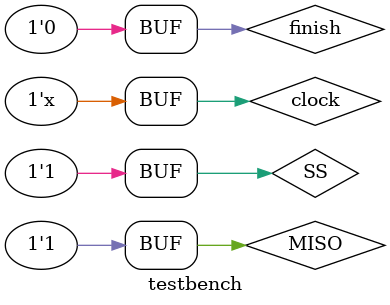
<source format=sv>
`timescale 1ns / 1ps


//module testbench;

//    logic clock = 0;
//    logic [7:0]xaccel = 0;
//    logic [7:0]yaccel = 0 ;
//    logic [10:0]xcenter;
//    logic [9:0]ycenter;

    
//    always_ff@(posedge clock)begin
//        xaccel <= xaccel + 1;
//        yaccel <= yaccel + 1;
//    end

//always begin
//    #5 clock = !clock;
//end

////module Calc(input logic clk, logic [7:0]x_accel, logic [7:0]y_accel,
////            output logic [10:0]xcenter, logic [9:0] ycenter);

//    Calc Center(clock, xaccel, yaccel, xcenter, ycenter);

//endmodule

module testbench;


    parameter WRITE = 8'b00001010;
    parameter READ = 8'b00001011;
    parameter XDATA = 8'h08;
    parameter YDATA = 8'h09;
    parameter FILTER_CTL = 8'h2C;
    parameter FILTER_INIT = 8'b00010111;
    parameter POWER_CTL = 8'h2D;
    parameter POWER_INIT = 8'b00000010;

    logic clock = 0;
    logic[2:0] init = 0;
    logic [7:0] instruction;
    logic [7:0] address;
    logic [7:0] data_in;
    logic [7:0] xdata_out;
    logic [7:0] ydata_out;
    logic [7:0] xdata;
    logic [7:0] ydata;
    logic [5:0] transmission = 0;
    logic start = 0;
    logic finish = 0;
    logic SS = 1;
    logic MISO = 1;
    logic MOSI;

    always begin
        #5 clock = !clock;
    end
    
    always_ff@(posedge clock)begin
        
            transmission <= transmission + 1;
            
            if(finish)start <= 0;
            
            if(!transmission && start == 0)begin
                case(init)
                    0:begin
                        instruction <= WRITE;
                        address <= FILTER_CTL;
                        data_in <= FILTER_INIT;
                        start <= 1;
                        init <= 1;
                    end
                    1:begin
                        address <= POWER_CTL;
                        data_in <= POWER_INIT;
                        start <= 1;
                        init <= 2;
                    end
                    default:begin
                        instruction <= READ;
                        address <= XDATA;
                        start <= 1;
                    end
                endcase
            end
            
        
            if(transmission == 25 && instruction == WRITE)transmission <= 62;
            
            if(transmission == 31 && instruction == READ) xdata <= xdata_out;
            
            if(transmission == 39 && instruction == READ)begin
                ydata <= ydata_out - 6;
                transmission <= 62;
            end
        end

SPI DUT(clock, start, address, instruction, data_in, MISO, SS, MOSI, xdata_out, ydata_out, finish);

endmodule

</source>
